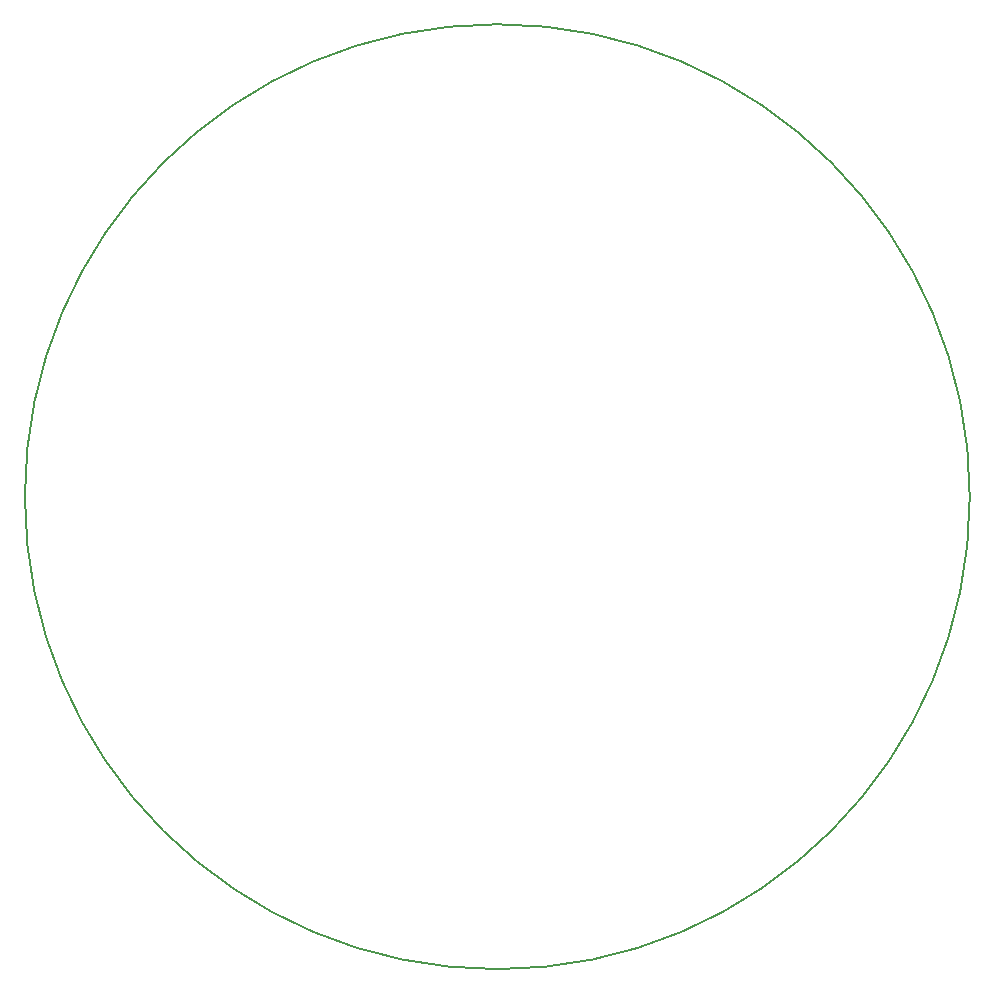
<source format=gko>
%FSLAX25Y25*%
%MOIN*%
G70*
G01*
G75*
G04 Layer_Color=16711935*
%ADD10C,0.02000*%
%ADD11R,0.03740X0.03150*%
%ADD12R,0.04724X0.02559*%
G04:AMPARAMS|DCode=13|XSize=31.5mil|YSize=37.4mil|CornerRadius=0mil|HoleSize=0mil|Usage=FLASHONLY|Rotation=300.000|XOffset=0mil|YOffset=0mil|HoleType=Round|Shape=Rectangle|*
%AMROTATEDRECTD13*
4,1,4,-0.02407,0.00429,0.00832,0.02299,0.02407,-0.00429,-0.00832,-0.02299,-0.02407,0.00429,0.0*
%
%ADD13ROTATEDRECTD13*%

G04:AMPARAMS|DCode=14|XSize=31.5mil|YSize=37.4mil|CornerRadius=0mil|HoleSize=0mil|Usage=FLASHONLY|Rotation=240.000|XOffset=0mil|YOffset=0mil|HoleType=Round|Shape=Rectangle|*
%AMROTATEDRECTD14*
4,1,4,-0.00832,0.02299,0.02407,0.00429,0.00832,-0.02299,-0.02407,-0.00429,-0.00832,0.02299,0.0*
%
%ADD14ROTATEDRECTD14*%

%ADD15P,0.06681X4X75.0*%
%ADD16P,0.06681X4X375.0*%
%ADD17O,0.03937X0.07874*%
%ADD18R,0.03937X0.07874*%
%ADD19R,0.06299X0.06299*%
%ADD20R,0.12992X0.10039*%
%ADD21R,0.03740X0.10039*%
G04:AMPARAMS|DCode=22|XSize=55.12mil|YSize=82.68mil|CornerRadius=0mil|HoleSize=0mil|Usage=FLASHONLY|Rotation=120.000|XOffset=0mil|YOffset=0mil|HoleType=Round|Shape=Rectangle|*
%AMROTATEDRECTD22*
4,1,4,0.04958,-0.00320,-0.02202,-0.04454,-0.04958,0.00320,0.02202,0.04454,0.04958,-0.00320,0.0*
%
%ADD22ROTATEDRECTD22*%

%ADD23R,0.06299X0.06299*%
%ADD24R,0.03150X0.03740*%
%ADD25R,0.04724X0.04724*%
%ADD26C,0.01500*%
%ADD27C,0.02500*%
%ADD28R,0.05906X0.05906*%
%ADD29C,0.05906*%
%ADD30O,0.19685X0.11811*%
%ADD31C,0.07874*%
%ADD32R,0.07874X0.07874*%
%ADD33C,0.06299*%
%ADD34C,0.00787*%
D34*
X157480Y0D02*
G03*
X157480Y0I-157480J0D01*
G01*
M02*

</source>
